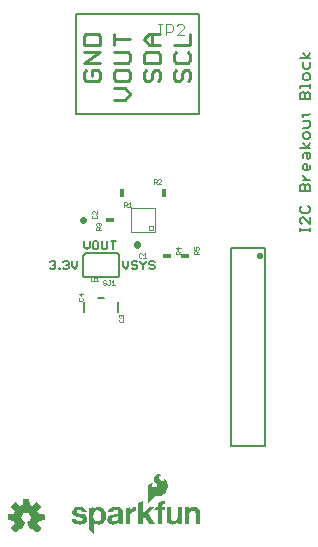
<source format=gbr>
G04 EAGLE Gerber RS-274X export*
G75*
%MOMM*%
%FSLAX34Y34*%
%LPD*%
%INSilkscreen Top*%
%IPPOS*%
%AMOC8*
5,1,8,0,0,1.08239X$1,22.5*%
G01*
%ADD10C,0.152400*%
%ADD11C,0.127000*%
%ADD12C,0.254000*%
%ADD13C,0.304800*%
%ADD14C,0.203200*%
%ADD15R,0.457200X0.762000*%
%ADD16C,0.025400*%
%ADD17C,0.080000*%
%ADD18R,0.762000X0.457200*%
%ADD19C,0.558800*%
%ADD20C,0.177800*%
%ADD21C,0.076200*%

G36*
X67740Y5226D02*
X67740Y5226D01*
X67848Y5236D01*
X67861Y5242D01*
X67875Y5244D01*
X67972Y5292D01*
X68071Y5337D01*
X68084Y5348D01*
X68093Y5352D01*
X68108Y5368D01*
X68185Y5430D01*
X70770Y8015D01*
X70833Y8104D01*
X70899Y8189D01*
X70904Y8202D01*
X70912Y8214D01*
X70943Y8317D01*
X70979Y8420D01*
X70979Y8434D01*
X70983Y8447D01*
X70979Y8555D01*
X70980Y8664D01*
X70975Y8677D01*
X70975Y8691D01*
X70937Y8793D01*
X70902Y8895D01*
X70893Y8910D01*
X70889Y8919D01*
X70875Y8936D01*
X70821Y9018D01*
X68057Y12408D01*
X68614Y13490D01*
X68620Y13510D01*
X68662Y13605D01*
X69033Y14764D01*
X73384Y15207D01*
X73488Y15235D01*
X73594Y15260D01*
X73606Y15267D01*
X73619Y15270D01*
X73709Y15331D01*
X73802Y15388D01*
X73810Y15399D01*
X73822Y15407D01*
X73888Y15493D01*
X73957Y15577D01*
X73961Y15590D01*
X73970Y15601D01*
X74004Y15704D01*
X74043Y15805D01*
X74044Y15823D01*
X74048Y15832D01*
X74048Y15854D01*
X74057Y15952D01*
X74057Y19608D01*
X74040Y19715D01*
X74026Y19823D01*
X74020Y19835D01*
X74018Y19849D01*
X73966Y19945D01*
X73919Y20042D01*
X73909Y20052D01*
X73903Y20064D01*
X73823Y20138D01*
X73747Y20215D01*
X73735Y20221D01*
X73725Y20231D01*
X73626Y20276D01*
X73529Y20324D01*
X73511Y20328D01*
X73502Y20332D01*
X73481Y20334D01*
X73384Y20353D01*
X69033Y20796D01*
X68662Y21955D01*
X68653Y21972D01*
X68651Y21980D01*
X68647Y21987D01*
X68614Y22070D01*
X68057Y23152D01*
X70821Y26542D01*
X70875Y26636D01*
X70932Y26728D01*
X70935Y26741D01*
X70942Y26753D01*
X70963Y26860D01*
X70988Y26965D01*
X70986Y26979D01*
X70989Y26993D01*
X70974Y27100D01*
X70964Y27208D01*
X70958Y27221D01*
X70956Y27235D01*
X70908Y27332D01*
X70863Y27431D01*
X70852Y27444D01*
X70848Y27453D01*
X70832Y27468D01*
X70770Y27545D01*
X68185Y30130D01*
X68096Y30193D01*
X68011Y30259D01*
X67998Y30264D01*
X67986Y30272D01*
X67883Y30303D01*
X67780Y30339D01*
X67766Y30339D01*
X67753Y30343D01*
X67645Y30339D01*
X67536Y30340D01*
X67523Y30335D01*
X67509Y30335D01*
X67407Y30297D01*
X67305Y30262D01*
X67290Y30253D01*
X67281Y30249D01*
X67264Y30235D01*
X67182Y30181D01*
X63792Y27417D01*
X62710Y27974D01*
X62690Y27980D01*
X62595Y28022D01*
X61436Y28393D01*
X60993Y32744D01*
X60965Y32848D01*
X60940Y32954D01*
X60933Y32966D01*
X60930Y32979D01*
X60869Y33069D01*
X60812Y33162D01*
X60801Y33170D01*
X60793Y33182D01*
X60707Y33248D01*
X60623Y33317D01*
X60610Y33321D01*
X60599Y33330D01*
X60496Y33364D01*
X60395Y33403D01*
X60377Y33404D01*
X60368Y33408D01*
X60346Y33408D01*
X60248Y33417D01*
X56592Y33417D01*
X56485Y33400D01*
X56377Y33386D01*
X56365Y33380D01*
X56351Y33378D01*
X56255Y33326D01*
X56158Y33279D01*
X56148Y33269D01*
X56136Y33263D01*
X56062Y33183D01*
X55985Y33107D01*
X55979Y33095D01*
X55969Y33085D01*
X55924Y32986D01*
X55876Y32889D01*
X55872Y32871D01*
X55868Y32862D01*
X55866Y32841D01*
X55847Y32744D01*
X55404Y28393D01*
X54245Y28022D01*
X54227Y28012D01*
X54130Y27974D01*
X53048Y27417D01*
X49658Y30181D01*
X49564Y30235D01*
X49472Y30292D01*
X49459Y30295D01*
X49447Y30302D01*
X49340Y30323D01*
X49235Y30348D01*
X49221Y30346D01*
X49207Y30349D01*
X49100Y30334D01*
X48992Y30324D01*
X48979Y30318D01*
X48966Y30316D01*
X48868Y30268D01*
X48769Y30223D01*
X48756Y30212D01*
X48747Y30208D01*
X48732Y30192D01*
X48655Y30130D01*
X46070Y27545D01*
X46007Y27456D01*
X45941Y27371D01*
X45936Y27358D01*
X45928Y27346D01*
X45897Y27243D01*
X45861Y27140D01*
X45861Y27126D01*
X45857Y27113D01*
X45861Y27005D01*
X45860Y26896D01*
X45865Y26883D01*
X45865Y26869D01*
X45903Y26767D01*
X45938Y26665D01*
X45947Y26650D01*
X45951Y26641D01*
X45965Y26624D01*
X46019Y26542D01*
X48783Y23152D01*
X48226Y22070D01*
X48220Y22050D01*
X48178Y21955D01*
X47807Y20796D01*
X43456Y20353D01*
X43352Y20325D01*
X43246Y20300D01*
X43234Y20293D01*
X43221Y20290D01*
X43131Y20229D01*
X43038Y20172D01*
X43030Y20161D01*
X43018Y20153D01*
X42952Y20067D01*
X42884Y19983D01*
X42879Y19970D01*
X42870Y19959D01*
X42836Y19856D01*
X42797Y19755D01*
X42796Y19737D01*
X42792Y19728D01*
X42793Y19706D01*
X42783Y19608D01*
X42783Y15952D01*
X42800Y15845D01*
X42814Y15737D01*
X42820Y15725D01*
X42822Y15711D01*
X42874Y15615D01*
X42921Y15518D01*
X42931Y15508D01*
X42937Y15496D01*
X43017Y15422D01*
X43093Y15345D01*
X43105Y15339D01*
X43116Y15329D01*
X43214Y15284D01*
X43311Y15236D01*
X43329Y15232D01*
X43338Y15228D01*
X43359Y15226D01*
X43456Y15207D01*
X47807Y14764D01*
X48178Y13605D01*
X48188Y13587D01*
X48226Y13490D01*
X48783Y12408D01*
X46019Y9018D01*
X45965Y8924D01*
X45908Y8832D01*
X45905Y8819D01*
X45898Y8807D01*
X45877Y8700D01*
X45852Y8595D01*
X45854Y8581D01*
X45851Y8567D01*
X45866Y8460D01*
X45876Y8352D01*
X45882Y8339D01*
X45884Y8326D01*
X45932Y8228D01*
X45977Y8129D01*
X45988Y8116D01*
X45992Y8107D01*
X46008Y8092D01*
X46070Y8015D01*
X48655Y5430D01*
X48744Y5367D01*
X48829Y5301D01*
X48842Y5296D01*
X48854Y5288D01*
X48957Y5257D01*
X49060Y5221D01*
X49074Y5221D01*
X49087Y5217D01*
X49195Y5221D01*
X49304Y5220D01*
X49317Y5225D01*
X49331Y5225D01*
X49433Y5263D01*
X49535Y5298D01*
X49550Y5307D01*
X49559Y5311D01*
X49576Y5325D01*
X49658Y5379D01*
X53048Y8143D01*
X54130Y7586D01*
X54183Y7569D01*
X54232Y7543D01*
X54298Y7532D01*
X54362Y7511D01*
X54418Y7512D01*
X54472Y7503D01*
X54539Y7514D01*
X54606Y7515D01*
X54658Y7533D01*
X54713Y7542D01*
X54773Y7574D01*
X54836Y7597D01*
X54879Y7631D01*
X54929Y7657D01*
X54975Y7706D01*
X55027Y7748D01*
X55058Y7795D01*
X55096Y7835D01*
X55152Y7940D01*
X55160Y7953D01*
X55161Y7958D01*
X55165Y7965D01*
X57318Y13162D01*
X57338Y13246D01*
X57343Y13258D01*
X57345Y13274D01*
X57370Y13360D01*
X57369Y13380D01*
X57374Y13400D01*
X57366Y13482D01*
X57367Y13501D01*
X57363Y13521D01*
X57359Y13604D01*
X57352Y13623D01*
X57350Y13643D01*
X57318Y13712D01*
X57312Y13739D01*
X57297Y13763D01*
X57270Y13832D01*
X57257Y13847D01*
X57249Y13865D01*
X57204Y13914D01*
X57184Y13946D01*
X57152Y13972D01*
X57113Y14018D01*
X57092Y14033D01*
X57082Y14043D01*
X57061Y14055D01*
X56998Y14099D01*
X56995Y14101D01*
X56994Y14101D01*
X56992Y14103D01*
X56108Y14598D01*
X55429Y15225D01*
X54915Y15994D01*
X54595Y16862D01*
X54487Y17779D01*
X54600Y18714D01*
X54931Y19595D01*
X55463Y20372D01*
X56164Y21001D01*
X56994Y21444D01*
X57906Y21678D01*
X58848Y21688D01*
X59764Y21474D01*
X60604Y21049D01*
X61318Y20436D01*
X61867Y19671D01*
X62218Y18797D01*
X62351Y17865D01*
X62259Y16928D01*
X61947Y16040D01*
X61432Y15252D01*
X60745Y14608D01*
X59846Y14102D01*
X59806Y14069D01*
X59764Y14047D01*
X59733Y14014D01*
X59685Y13979D01*
X59672Y13962D01*
X59656Y13949D01*
X59621Y13895D01*
X59597Y13869D01*
X59584Y13838D01*
X59542Y13781D01*
X59536Y13761D01*
X59525Y13743D01*
X59507Y13670D01*
X59497Y13647D01*
X59494Y13623D01*
X59471Y13548D01*
X59472Y13527D01*
X59467Y13506D01*
X59474Y13422D01*
X59473Y13404D01*
X59476Y13388D01*
X59479Y13304D01*
X59487Y13278D01*
X59488Y13263D01*
X59498Y13241D01*
X59522Y13162D01*
X59830Y12417D01*
X59831Y12417D01*
X60141Y11668D01*
X60451Y10919D01*
X60451Y10918D01*
X60762Y10170D01*
X60762Y10169D01*
X61072Y9420D01*
X61382Y8671D01*
X61383Y8671D01*
X61675Y7965D01*
X61704Y7918D01*
X61725Y7866D01*
X61768Y7815D01*
X61804Y7758D01*
X61847Y7723D01*
X61883Y7680D01*
X61940Y7646D01*
X61992Y7603D01*
X62044Y7584D01*
X62092Y7555D01*
X62158Y7541D01*
X62221Y7517D01*
X62276Y7515D01*
X62330Y7504D01*
X62397Y7511D01*
X62464Y7509D01*
X62518Y7525D01*
X62573Y7532D01*
X62684Y7576D01*
X62698Y7580D01*
X62702Y7583D01*
X62710Y7586D01*
X63792Y8143D01*
X67182Y5379D01*
X67276Y5325D01*
X67368Y5268D01*
X67381Y5265D01*
X67393Y5258D01*
X67500Y5237D01*
X67605Y5212D01*
X67619Y5214D01*
X67633Y5211D01*
X67740Y5226D01*
G37*
G36*
X161412Y29037D02*
X161412Y29037D01*
X161414Y29037D01*
X161614Y29337D01*
X161914Y29636D01*
X161914Y29637D01*
X162214Y30037D01*
X162714Y30536D01*
X162714Y30537D01*
X163214Y31137D01*
X163814Y31736D01*
X163814Y31737D01*
X164314Y32437D01*
X165614Y33736D01*
X165614Y33737D01*
X166114Y34336D01*
X166613Y34736D01*
X167113Y35136D01*
X167612Y35435D01*
X168210Y35535D01*
X170110Y35535D01*
X170111Y35535D01*
X171311Y35735D01*
X172411Y36035D01*
X172412Y36036D01*
X172412Y36035D01*
X173412Y36435D01*
X173412Y36436D01*
X173413Y36436D01*
X174413Y37036D01*
X175213Y37736D01*
X175214Y37736D01*
X176014Y38536D01*
X176014Y38537D01*
X176714Y39437D01*
X176714Y39438D01*
X177714Y41238D01*
X177715Y41239D01*
X178215Y43039D01*
X178214Y43039D01*
X178215Y43040D01*
X178315Y44840D01*
X178315Y44841D01*
X178015Y46441D01*
X178014Y46441D01*
X178015Y46442D01*
X177515Y47842D01*
X177514Y47842D01*
X177514Y47843D01*
X176814Y49043D01*
X176014Y49943D01*
X176013Y49943D01*
X176012Y49944D01*
X175212Y50344D01*
X175211Y50344D01*
X175211Y50345D01*
X175209Y50344D01*
X175206Y50343D01*
X175206Y50341D01*
X175205Y50340D01*
X175205Y49541D01*
X175105Y49242D01*
X175006Y48943D01*
X174708Y48745D01*
X174409Y48645D01*
X173711Y48645D01*
X172912Y49044D01*
X172613Y49244D01*
X172213Y49544D01*
X171913Y49744D01*
X171614Y50043D01*
X171414Y50442D01*
X171414Y50443D01*
X171215Y50742D01*
X171115Y51141D01*
X171115Y51142D01*
X171015Y51440D01*
X171115Y51738D01*
X171214Y51938D01*
X171215Y51938D01*
X171315Y52238D01*
X171514Y52537D01*
X171913Y52836D01*
X172312Y53035D01*
X172811Y53135D01*
X173211Y53235D01*
X173509Y53235D01*
X173808Y53135D01*
X173809Y53136D01*
X173810Y53135D01*
X174110Y53135D01*
X174111Y53136D01*
X174113Y53136D01*
X174113Y53138D01*
X174115Y53139D01*
X174113Y53141D01*
X174114Y53144D01*
X174014Y53244D01*
X174013Y53244D01*
X173613Y53544D01*
X173612Y53544D01*
X173012Y53844D01*
X173012Y53845D01*
X172212Y54145D01*
X171312Y54445D01*
X171311Y54444D01*
X171310Y54445D01*
X170310Y54445D01*
X170309Y54445D01*
X169209Y54245D01*
X169208Y54244D01*
X168108Y53644D01*
X168107Y53644D01*
X167207Y52844D01*
X167207Y52843D01*
X167206Y52843D01*
X166706Y52143D01*
X166706Y52142D01*
X166705Y52142D01*
X166405Y51242D01*
X166405Y51241D01*
X166406Y51241D01*
X166405Y51240D01*
X166405Y50440D01*
X166406Y50439D01*
X166405Y50439D01*
X166605Y49539D01*
X166606Y49538D01*
X167106Y48638D01*
X167106Y48637D01*
X167806Y47837D01*
X168606Y46937D01*
X169306Y46137D01*
X169605Y45439D01*
X169605Y44741D01*
X169406Y44143D01*
X169007Y43644D01*
X168408Y43245D01*
X167609Y43045D01*
X166810Y43045D01*
X166311Y43145D01*
X165812Y43344D01*
X165513Y43544D01*
X165214Y43843D01*
X165015Y44242D01*
X164915Y44541D01*
X164915Y44839D01*
X165015Y45138D01*
X165214Y45437D01*
X165613Y45836D01*
X165912Y45935D01*
X165912Y45936D01*
X166312Y46136D01*
X166313Y46137D01*
X166314Y46136D01*
X166414Y46236D01*
X166414Y46237D01*
X166414Y46239D01*
X166414Y46243D01*
X166413Y46243D01*
X166412Y46244D01*
X166212Y46344D01*
X166211Y46344D01*
X166210Y46345D01*
X166011Y46345D01*
X165611Y46445D01*
X165610Y46444D01*
X165610Y46445D01*
X164810Y46445D01*
X164809Y46445D01*
X164209Y46345D01*
X164209Y46344D01*
X164208Y46345D01*
X163208Y45945D01*
X163208Y45944D01*
X163207Y45944D01*
X162807Y45644D01*
X162307Y45344D01*
X162307Y45343D01*
X162306Y45343D01*
X162006Y44843D01*
X162006Y44842D01*
X161706Y44242D01*
X161705Y44242D01*
X161505Y43642D01*
X161506Y43641D01*
X161505Y43641D01*
X161305Y41841D01*
X161305Y41840D01*
X161305Y29040D01*
X161309Y29035D01*
X161310Y29035D01*
X161410Y29035D01*
X161412Y29037D01*
G37*
G36*
X115611Y3536D02*
X115611Y3536D01*
X115613Y3536D01*
X115613Y3538D01*
X115615Y3540D01*
X115615Y13735D01*
X115708Y13735D01*
X116106Y13237D01*
X116506Y12737D01*
X116507Y12737D01*
X116507Y12736D01*
X117507Y12136D01*
X117508Y12136D01*
X118108Y11836D01*
X118109Y11836D01*
X118109Y11835D01*
X119909Y11535D01*
X119910Y11536D01*
X119911Y11535D01*
X121411Y11735D01*
X121411Y11736D01*
X121412Y11735D01*
X122612Y12135D01*
X122612Y12136D01*
X122613Y12136D01*
X123713Y12936D01*
X123713Y12937D01*
X123714Y12936D01*
X124614Y13836D01*
X124614Y13837D01*
X124614Y13838D01*
X125214Y14938D01*
X125215Y14938D01*
X125715Y16138D01*
X125714Y16139D01*
X125715Y16139D01*
X126015Y17439D01*
X126015Y17440D01*
X126017Y17463D01*
X126017Y17464D01*
X126018Y17478D01*
X126022Y17533D01*
X126023Y17548D01*
X126027Y17603D01*
X126028Y17618D01*
X126032Y17672D01*
X126033Y17687D01*
X126037Y17742D01*
X126038Y17757D01*
X126042Y17811D01*
X126043Y17826D01*
X126046Y17881D01*
X126047Y17881D01*
X126046Y17881D01*
X126048Y17896D01*
X126051Y17950D01*
X126053Y17965D01*
X126056Y18020D01*
X126057Y18035D01*
X126058Y18035D01*
X126061Y18090D01*
X126062Y18104D01*
X126066Y18159D01*
X126067Y18174D01*
X126071Y18229D01*
X126072Y18244D01*
X126076Y18298D01*
X126077Y18313D01*
X126081Y18368D01*
X126082Y18383D01*
X126086Y18437D01*
X126087Y18452D01*
X126091Y18507D01*
X126092Y18522D01*
X126096Y18576D01*
X126096Y18577D01*
X126097Y18591D01*
X126101Y18646D01*
X126102Y18661D01*
X126106Y18716D01*
X126107Y18731D01*
X126111Y18785D01*
X126112Y18800D01*
X126115Y18840D01*
X126015Y20340D01*
X126015Y20341D01*
X125715Y21741D01*
X125315Y23041D01*
X125314Y23042D01*
X125314Y23043D01*
X124614Y24143D01*
X123714Y25143D01*
X123713Y25143D01*
X123713Y25144D01*
X122613Y25844D01*
X122612Y25844D01*
X122612Y25845D01*
X121212Y26345D01*
X121211Y26344D01*
X121210Y26345D01*
X121187Y26347D01*
X121186Y26347D01*
X121112Y26352D01*
X121038Y26357D01*
X121037Y26357D01*
X120963Y26361D01*
X120888Y26366D01*
X120814Y26371D01*
X120739Y26376D01*
X120665Y26381D01*
X120590Y26386D01*
X120516Y26391D01*
X120441Y26396D01*
X120367Y26401D01*
X120292Y26406D01*
X120218Y26411D01*
X120143Y26416D01*
X120069Y26421D01*
X120068Y26421D01*
X119994Y26426D01*
X119920Y26431D01*
X119919Y26431D01*
X119845Y26436D01*
X119770Y26441D01*
X119710Y26445D01*
X119010Y26445D01*
X119009Y26445D01*
X117809Y26245D01*
X117808Y26244D01*
X117807Y26244D01*
X116807Y25644D01*
X116307Y25244D01*
X116306Y25244D01*
X115906Y24844D01*
X115906Y24843D01*
X115515Y24354D01*
X115515Y26140D01*
X115514Y26141D01*
X115511Y26145D01*
X115510Y26144D01*
X115509Y26145D01*
X114509Y25945D01*
X114109Y25845D01*
X113609Y25745D01*
X113209Y25645D01*
X112710Y25645D01*
X112709Y25645D01*
X112209Y25545D01*
X111809Y25445D01*
X111806Y25441D01*
X111805Y25440D01*
X111805Y6940D01*
X111807Y6938D01*
X111807Y6936D01*
X112307Y6536D01*
X113206Y5636D01*
X113207Y5636D01*
X114707Y4436D01*
X115606Y3536D01*
X115608Y3536D01*
X115609Y3535D01*
X115611Y3536D01*
G37*
G36*
X132711Y11536D02*
X132711Y11536D01*
X132712Y11535D01*
X133011Y11635D01*
X133410Y11635D01*
X133411Y11636D01*
X133412Y11635D01*
X133711Y11735D01*
X134010Y11735D01*
X134011Y11736D01*
X134012Y11735D01*
X135212Y12135D01*
X135212Y12136D01*
X135213Y12136D01*
X135512Y12336D01*
X135812Y12435D01*
X135812Y12436D01*
X135813Y12436D01*
X136113Y12636D01*
X136113Y12637D01*
X136114Y12636D01*
X136313Y12836D01*
X136613Y13036D01*
X136613Y13037D01*
X136614Y13037D01*
X136805Y13324D01*
X136805Y12740D01*
X136807Y12738D01*
X136806Y12736D01*
X136905Y12638D01*
X136905Y12340D01*
X136907Y12338D01*
X136906Y12336D01*
X137005Y12238D01*
X137005Y12140D01*
X137007Y12138D01*
X137006Y12136D01*
X137105Y12038D01*
X137105Y11940D01*
X137109Y11935D01*
X137110Y11935D01*
X141010Y11935D01*
X141015Y11939D01*
X141015Y11940D01*
X141015Y12040D01*
X141013Y12042D01*
X141014Y12044D01*
X140914Y12143D01*
X140815Y12341D01*
X140815Y12640D01*
X140814Y12641D01*
X140814Y12642D01*
X140715Y12841D01*
X140715Y13040D01*
X140714Y13041D01*
X140714Y13042D01*
X140615Y13241D01*
X140615Y14140D01*
X140614Y14141D01*
X140614Y14142D01*
X140515Y14341D01*
X140515Y23040D01*
X140515Y23041D01*
X140415Y23541D01*
X140414Y23541D01*
X140415Y23542D01*
X140215Y24042D01*
X140214Y24042D01*
X140014Y24442D01*
X140014Y24443D01*
X139714Y24843D01*
X139713Y24843D01*
X139713Y24844D01*
X138513Y25744D01*
X138512Y25744D01*
X138512Y25745D01*
X138012Y25945D01*
X138011Y25944D01*
X138011Y25945D01*
X137511Y26045D01*
X137012Y26245D01*
X137011Y26244D01*
X137011Y26245D01*
X136511Y26345D01*
X136510Y26345D01*
X135910Y26345D01*
X135411Y26445D01*
X135410Y26445D01*
X133110Y26445D01*
X133109Y26445D01*
X132609Y26345D01*
X132009Y26245D01*
X132009Y26244D01*
X132008Y26245D01*
X131409Y26045D01*
X130909Y25945D01*
X130909Y25944D01*
X130908Y25945D01*
X130408Y25745D01*
X130408Y25744D01*
X130407Y25744D01*
X129407Y25144D01*
X129007Y24844D01*
X129007Y24843D01*
X129006Y24843D01*
X128706Y24443D01*
X128406Y23943D01*
X128106Y23543D01*
X128106Y23542D01*
X128105Y23542D01*
X127905Y22942D01*
X127906Y22941D01*
X127905Y22941D01*
X127905Y22939D01*
X127903Y22929D01*
X127901Y22919D01*
X127900Y22909D01*
X127898Y22899D01*
X127897Y22889D01*
X127896Y22889D01*
X127897Y22889D01*
X127895Y22879D01*
X127893Y22869D01*
X127892Y22859D01*
X127890Y22850D01*
X127890Y22849D01*
X127888Y22840D01*
X127887Y22830D01*
X127885Y22820D01*
X127883Y22810D01*
X127882Y22800D01*
X127880Y22790D01*
X127878Y22780D01*
X127877Y22770D01*
X127875Y22760D01*
X127873Y22750D01*
X127872Y22740D01*
X127870Y22730D01*
X127868Y22720D01*
X127867Y22710D01*
X127865Y22700D01*
X127863Y22691D01*
X127863Y22690D01*
X127862Y22681D01*
X127860Y22671D01*
X127858Y22661D01*
X127857Y22651D01*
X127855Y22641D01*
X127853Y22631D01*
X127852Y22621D01*
X127850Y22611D01*
X127848Y22601D01*
X127847Y22591D01*
X127845Y22581D01*
X127844Y22571D01*
X127843Y22571D01*
X127844Y22571D01*
X127842Y22561D01*
X127840Y22551D01*
X127839Y22541D01*
X127837Y22532D01*
X127837Y22531D01*
X127835Y22522D01*
X127834Y22512D01*
X127832Y22502D01*
X127830Y22492D01*
X127829Y22482D01*
X127827Y22472D01*
X127825Y22462D01*
X127824Y22452D01*
X127822Y22442D01*
X127820Y22432D01*
X127819Y22422D01*
X127817Y22412D01*
X127815Y22402D01*
X127814Y22392D01*
X127812Y22382D01*
X127810Y22373D01*
X127810Y22372D01*
X127809Y22363D01*
X127807Y22353D01*
X127805Y22343D01*
X127805Y22341D01*
X127804Y22333D01*
X127802Y22323D01*
X127800Y22313D01*
X127799Y22303D01*
X127797Y22293D01*
X127795Y22283D01*
X127794Y22273D01*
X127792Y22263D01*
X127791Y22253D01*
X127790Y22253D01*
X127791Y22253D01*
X127789Y22243D01*
X127787Y22233D01*
X127786Y22223D01*
X127784Y22214D01*
X127784Y22213D01*
X127782Y22204D01*
X127781Y22194D01*
X127779Y22184D01*
X127777Y22174D01*
X127776Y22164D01*
X127774Y22154D01*
X127772Y22144D01*
X127771Y22134D01*
X127769Y22124D01*
X127767Y22114D01*
X127766Y22104D01*
X127764Y22094D01*
X127762Y22084D01*
X127761Y22074D01*
X127759Y22064D01*
X127757Y22055D01*
X127757Y22054D01*
X127756Y22045D01*
X127754Y22035D01*
X127752Y22025D01*
X127751Y22015D01*
X127749Y22005D01*
X127747Y21995D01*
X127746Y21985D01*
X127744Y21975D01*
X127742Y21965D01*
X127741Y21955D01*
X127739Y21945D01*
X127738Y21935D01*
X127737Y21935D01*
X127738Y21935D01*
X127736Y21925D01*
X127734Y21915D01*
X127733Y21905D01*
X127731Y21896D01*
X127731Y21895D01*
X127729Y21886D01*
X127728Y21876D01*
X127726Y21866D01*
X127724Y21856D01*
X127723Y21846D01*
X127721Y21836D01*
X127719Y21826D01*
X127718Y21816D01*
X127716Y21806D01*
X127714Y21796D01*
X127713Y21786D01*
X127711Y21776D01*
X127709Y21766D01*
X127708Y21756D01*
X127706Y21746D01*
X127705Y21741D01*
X127706Y21740D01*
X127709Y21735D01*
X127709Y21736D01*
X127710Y21735D01*
X131610Y21735D01*
X131615Y21739D01*
X131615Y21740D01*
X131615Y22239D01*
X131714Y22438D01*
X131715Y22438D01*
X131815Y22738D01*
X131914Y22937D01*
X132313Y23336D01*
X133311Y23835D01*
X135109Y23835D01*
X135308Y23736D01*
X135309Y23736D01*
X135310Y23735D01*
X135509Y23735D01*
X136106Y23436D01*
X136206Y23238D01*
X136207Y23237D01*
X136206Y23236D01*
X136306Y23137D01*
X136605Y22539D01*
X136605Y21442D01*
X136307Y21044D01*
X135808Y20745D01*
X135209Y20545D01*
X134509Y20345D01*
X133809Y20245D01*
X131109Y19945D01*
X130309Y19745D01*
X130308Y19745D01*
X129508Y19445D01*
X129508Y19444D01*
X128808Y19044D01*
X128807Y19044D01*
X128107Y18444D01*
X128107Y18443D01*
X128106Y18442D01*
X127706Y17742D01*
X127705Y17742D01*
X127405Y16842D01*
X127405Y16841D01*
X127205Y15741D01*
X127206Y15740D01*
X127205Y15739D01*
X127305Y15240D01*
X127305Y14740D01*
X127306Y14739D01*
X127306Y14738D01*
X127505Y14338D01*
X127605Y13839D01*
X127606Y13838D01*
X127606Y13837D01*
X127806Y13537D01*
X128106Y13137D01*
X128306Y12837D01*
X128307Y12837D01*
X128306Y12836D01*
X128606Y12536D01*
X128608Y12536D01*
X129008Y12336D01*
X129307Y12136D01*
X129308Y12136D01*
X129708Y11936D01*
X129708Y11935D01*
X130208Y11735D01*
X130209Y11736D01*
X130209Y11735D01*
X130609Y11635D01*
X130610Y11636D01*
X130610Y11635D01*
X131110Y11635D01*
X131609Y11535D01*
X131610Y11535D01*
X132710Y11535D01*
X132711Y11536D01*
G37*
G36*
X157215Y11939D02*
X157215Y11939D01*
X157215Y11940D01*
X157215Y16838D01*
X158709Y18232D01*
X162606Y11937D01*
X162609Y11936D01*
X162610Y11935D01*
X167310Y11935D01*
X167311Y11936D01*
X167312Y11936D01*
X167313Y11937D01*
X167315Y11939D01*
X167314Y11941D01*
X167314Y11943D01*
X161416Y20939D01*
X166714Y26136D01*
X166714Y26138D01*
X166715Y26139D01*
X166714Y26141D01*
X166714Y26143D01*
X166712Y26143D01*
X166710Y26145D01*
X162110Y26145D01*
X162108Y26143D01*
X162106Y26143D01*
X157215Y21052D01*
X157215Y31440D01*
X157214Y31441D01*
X157215Y31442D01*
X157213Y31442D01*
X157211Y31445D01*
X157209Y31444D01*
X157208Y31444D01*
X153308Y29344D01*
X153307Y29342D01*
X153306Y29341D01*
X153305Y29340D01*
X153305Y11940D01*
X153309Y11935D01*
X153310Y11935D01*
X157210Y11935D01*
X157215Y11939D01*
G37*
G36*
X196615Y11939D02*
X196615Y11939D01*
X196615Y11940D01*
X196615Y20340D01*
X196715Y21239D01*
X197015Y21938D01*
X197314Y22437D01*
X197713Y22936D01*
X198212Y23235D01*
X198811Y23335D01*
X199610Y23435D01*
X200209Y23335D01*
X200708Y23235D01*
X201207Y22936D01*
X201506Y22537D01*
X201805Y22038D01*
X201905Y21439D01*
X202005Y20739D01*
X202105Y19940D01*
X202105Y11940D01*
X202109Y11935D01*
X202110Y11935D01*
X206010Y11935D01*
X206015Y11939D01*
X206015Y11940D01*
X206015Y20640D01*
X205915Y21940D01*
X205915Y21941D01*
X205715Y23041D01*
X205415Y24041D01*
X205414Y24042D01*
X205414Y24043D01*
X204914Y24843D01*
X204914Y24844D01*
X204214Y25544D01*
X204213Y25544D01*
X204212Y25544D01*
X203312Y26044D01*
X203311Y26045D01*
X202211Y26345D01*
X202210Y26345D01*
X202149Y26349D01*
X202079Y26354D01*
X202010Y26359D01*
X201940Y26364D01*
X201871Y26369D01*
X201870Y26369D01*
X201801Y26374D01*
X201731Y26379D01*
X201662Y26384D01*
X201592Y26389D01*
X201523Y26394D01*
X201453Y26399D01*
X201384Y26404D01*
X201383Y26404D01*
X201314Y26409D01*
X201244Y26414D01*
X201175Y26419D01*
X201105Y26424D01*
X201036Y26429D01*
X200966Y26434D01*
X200897Y26439D01*
X200827Y26444D01*
X200810Y26445D01*
X200210Y26445D01*
X200209Y26445D01*
X199609Y26345D01*
X199609Y26344D01*
X199608Y26345D01*
X198408Y25945D01*
X198408Y25944D01*
X198407Y25944D01*
X197807Y25544D01*
X197307Y25144D01*
X197306Y25144D01*
X196906Y24744D01*
X196906Y24743D01*
X196507Y24145D01*
X196415Y24145D01*
X196415Y26140D01*
X196411Y26145D01*
X196410Y26145D01*
X192710Y26145D01*
X192705Y26141D01*
X192705Y26140D01*
X192705Y11940D01*
X192709Y11935D01*
X192710Y11935D01*
X196610Y11935D01*
X196615Y11939D01*
G37*
G36*
X182510Y11536D02*
X182510Y11536D01*
X182511Y11535D01*
X183111Y11635D01*
X183811Y11735D01*
X183811Y11736D01*
X183812Y11735D01*
X184412Y11935D01*
X184912Y12135D01*
X184912Y12136D01*
X185512Y12436D01*
X185513Y12436D01*
X186013Y12836D01*
X186013Y12837D01*
X186014Y12837D01*
X186414Y13337D01*
X186813Y13935D01*
X186905Y13935D01*
X186905Y11940D01*
X186909Y11935D01*
X186910Y11935D01*
X190610Y11935D01*
X190615Y11939D01*
X190615Y11940D01*
X190615Y26140D01*
X190611Y26145D01*
X190610Y26145D01*
X186710Y26145D01*
X186705Y26141D01*
X186705Y26140D01*
X186705Y17640D01*
X186704Y17632D01*
X186703Y17627D01*
X186703Y17622D01*
X186699Y17593D01*
X186698Y17588D01*
X186698Y17583D01*
X186694Y17553D01*
X186693Y17548D01*
X186693Y17543D01*
X186689Y17513D01*
X186689Y17508D01*
X186688Y17508D01*
X186689Y17508D01*
X186688Y17503D01*
X186684Y17473D01*
X186684Y17468D01*
X186683Y17463D01*
X186679Y17434D01*
X186679Y17429D01*
X186678Y17424D01*
X186674Y17394D01*
X186674Y17389D01*
X186673Y17384D01*
X186669Y17354D01*
X186669Y17349D01*
X186668Y17344D01*
X186664Y17314D01*
X186664Y17309D01*
X186663Y17304D01*
X186659Y17275D01*
X186659Y17270D01*
X186658Y17265D01*
X186654Y17235D01*
X186654Y17230D01*
X186653Y17225D01*
X186649Y17195D01*
X186649Y17190D01*
X186648Y17185D01*
X186644Y17155D01*
X186644Y17150D01*
X186643Y17145D01*
X186639Y17116D01*
X186639Y17111D01*
X186638Y17106D01*
X186634Y17076D01*
X186634Y17071D01*
X186633Y17066D01*
X186630Y17036D01*
X186629Y17036D01*
X186630Y17036D01*
X186629Y17031D01*
X186628Y17026D01*
X186625Y16996D01*
X186624Y16991D01*
X186623Y16986D01*
X186620Y16957D01*
X186619Y16952D01*
X186618Y16947D01*
X186615Y16917D01*
X186614Y16912D01*
X186613Y16907D01*
X186610Y16877D01*
X186609Y16872D01*
X186608Y16867D01*
X186605Y16841D01*
X186305Y16142D01*
X186006Y15543D01*
X185607Y15144D01*
X185108Y14845D01*
X184509Y14745D01*
X183710Y14645D01*
X183111Y14745D01*
X182612Y14845D01*
X182113Y15144D01*
X181814Y15543D01*
X181515Y15942D01*
X181415Y16541D01*
X181215Y18140D01*
X181215Y26140D01*
X181211Y26145D01*
X181210Y26145D01*
X177410Y26145D01*
X177405Y26141D01*
X177405Y26140D01*
X177405Y16140D01*
X177405Y16139D01*
X177605Y15039D01*
X177905Y14039D01*
X177906Y14038D01*
X178406Y13138D01*
X178407Y13137D01*
X178407Y13136D01*
X179107Y12536D01*
X179108Y12536D01*
X180008Y12036D01*
X180008Y12035D01*
X181108Y11635D01*
X181109Y11636D01*
X181110Y11635D01*
X182510Y11535D01*
X182510Y11536D01*
G37*
G36*
X104910Y11635D02*
X104910Y11635D01*
X104911Y11635D01*
X106111Y11835D01*
X107211Y12135D01*
X107212Y12136D01*
X108212Y12636D01*
X108213Y12636D01*
X109013Y13336D01*
X109013Y13337D01*
X109014Y13337D01*
X109614Y14137D01*
X109614Y14138D01*
X109615Y14138D01*
X110015Y15238D01*
X110014Y15239D01*
X110015Y15239D01*
X110215Y16539D01*
X110214Y16540D01*
X110215Y16541D01*
X110115Y17441D01*
X110114Y17441D01*
X110115Y17442D01*
X109815Y18142D01*
X109814Y18142D01*
X109814Y18143D01*
X109414Y18743D01*
X109413Y18743D01*
X109413Y18744D01*
X108813Y19244D01*
X108812Y19244D01*
X107412Y20044D01*
X107411Y20045D01*
X106511Y20245D01*
X104111Y20845D01*
X103311Y20945D01*
X102712Y21145D01*
X102113Y21444D01*
X101714Y21744D01*
X101415Y22142D01*
X101315Y22541D01*
X101315Y22939D01*
X101514Y23237D01*
X101713Y23536D01*
X102011Y23635D01*
X102411Y23735D01*
X102412Y23735D01*
X102711Y23835D01*
X104409Y23835D01*
X104908Y23636D01*
X105308Y23436D01*
X105606Y23236D01*
X105806Y22938D01*
X106005Y22439D01*
X106105Y21939D01*
X106109Y21936D01*
X106110Y21935D01*
X109810Y21935D01*
X109811Y21936D01*
X109815Y21939D01*
X109814Y21940D01*
X109815Y21941D01*
X109615Y23141D01*
X109614Y23141D01*
X109614Y23142D01*
X109114Y24142D01*
X109114Y24143D01*
X108514Y24943D01*
X108513Y24943D01*
X108513Y24944D01*
X107713Y25544D01*
X107712Y25544D01*
X107712Y25545D01*
X106812Y25945D01*
X106812Y25944D01*
X106811Y25945D01*
X105811Y26245D01*
X104711Y26445D01*
X104710Y26445D01*
X102410Y26445D01*
X102409Y26445D01*
X101309Y26245D01*
X100309Y26045D01*
X100309Y26044D01*
X100308Y26044D01*
X99308Y25544D01*
X99307Y25544D01*
X98607Y24944D01*
X98607Y24943D01*
X98606Y24943D01*
X97906Y24143D01*
X97906Y24142D01*
X97905Y24142D01*
X97505Y23142D01*
X97506Y23141D01*
X97505Y23140D01*
X97405Y21940D01*
X97405Y21939D01*
X97505Y21039D01*
X97506Y21039D01*
X97505Y21038D01*
X97805Y20338D01*
X97806Y20338D01*
X97806Y20337D01*
X98206Y19737D01*
X98207Y19737D01*
X98207Y19736D01*
X98807Y19336D01*
X98808Y19336D01*
X99508Y18936D01*
X99508Y18935D01*
X100208Y18635D01*
X101008Y18335D01*
X101009Y18336D01*
X101009Y18335D01*
X101909Y18135D01*
X102909Y17935D01*
X104509Y17535D01*
X105108Y17335D01*
X105607Y17036D01*
X106006Y16737D01*
X106205Y16338D01*
X106305Y15940D01*
X106205Y15541D01*
X106106Y15143D01*
X105807Y14844D01*
X105407Y14544D01*
X105008Y14345D01*
X104609Y14245D01*
X104210Y14245D01*
X104209Y14244D01*
X104209Y14245D01*
X103810Y14145D01*
X103211Y14245D01*
X102711Y14345D01*
X102112Y14445D01*
X101713Y14744D01*
X101314Y15044D01*
X101014Y15443D01*
X100815Y15941D01*
X100815Y16540D01*
X100811Y16545D01*
X100810Y16545D01*
X97110Y16545D01*
X97105Y16541D01*
X97106Y16540D01*
X97105Y16539D01*
X97305Y15239D01*
X97306Y15239D01*
X97305Y15238D01*
X97705Y14238D01*
X97706Y14238D01*
X97706Y14237D01*
X98406Y13337D01*
X98407Y13337D01*
X98407Y13336D01*
X99207Y12636D01*
X99208Y12636D01*
X100208Y12136D01*
X100209Y12135D01*
X101309Y11835D01*
X102509Y11635D01*
X102510Y11635D01*
X103710Y11535D01*
X104910Y11635D01*
G37*
G36*
X173515Y11939D02*
X173515Y11939D01*
X173515Y11940D01*
X173515Y23535D01*
X176210Y23535D01*
X176215Y23539D01*
X176215Y23540D01*
X176215Y26140D01*
X176211Y26145D01*
X176210Y26145D01*
X173515Y26145D01*
X173515Y26939D01*
X173615Y27339D01*
X173614Y27340D01*
X173615Y27340D01*
X173615Y27739D01*
X173714Y27938D01*
X173913Y28236D01*
X174312Y28435D01*
X174711Y28535D01*
X176410Y28535D01*
X176415Y28539D01*
X176415Y28540D01*
X176415Y31340D01*
X176413Y31343D01*
X176412Y31344D01*
X176212Y31444D01*
X176211Y31444D01*
X176210Y31445D01*
X173310Y31445D01*
X173309Y31444D01*
X173309Y31445D01*
X172309Y31145D01*
X172308Y31144D01*
X171508Y30744D01*
X171507Y30744D01*
X170807Y30244D01*
X170807Y30243D01*
X170806Y30243D01*
X170306Y29643D01*
X170306Y29642D01*
X170305Y29642D01*
X170005Y28942D01*
X169705Y28142D01*
X169706Y28141D01*
X169705Y28140D01*
X169705Y26145D01*
X168510Y26145D01*
X168508Y26143D01*
X168506Y26143D01*
X168206Y25744D01*
X167807Y25444D01*
X167806Y25444D01*
X166207Y23844D01*
X165807Y23544D01*
X165807Y23542D01*
X165805Y23541D01*
X165806Y23540D01*
X165806Y23538D01*
X165808Y23537D01*
X165810Y23535D01*
X169705Y23535D01*
X169705Y11940D01*
X169709Y11935D01*
X169710Y11935D01*
X173510Y11935D01*
X173515Y11939D01*
G37*
G36*
X146615Y11939D02*
X146615Y11939D01*
X146615Y11940D01*
X146615Y19239D01*
X146815Y20139D01*
X147015Y20838D01*
X147414Y21537D01*
X147913Y22136D01*
X148612Y22535D01*
X149411Y22735D01*
X150411Y22835D01*
X151509Y22835D01*
X151708Y22736D01*
X151709Y22736D01*
X151710Y22735D01*
X151810Y22735D01*
X151815Y22739D01*
X151815Y22740D01*
X151815Y26340D01*
X151811Y26345D01*
X151810Y26345D01*
X151712Y26345D01*
X151614Y26444D01*
X151611Y26444D01*
X151610Y26445D01*
X150210Y26445D01*
X150209Y26444D01*
X150209Y26445D01*
X149509Y26245D01*
X149508Y26245D01*
X148908Y26045D01*
X148908Y26044D01*
X148208Y25644D01*
X148207Y25644D01*
X147707Y25244D01*
X147707Y25243D01*
X147706Y25243D01*
X147206Y24643D01*
X146806Y24143D01*
X146806Y24142D01*
X146415Y23459D01*
X146415Y26140D01*
X146415Y26141D01*
X146414Y26141D01*
X146411Y26145D01*
X146410Y26144D01*
X146409Y26145D01*
X146009Y26045D01*
X145509Y25945D01*
X145009Y25845D01*
X144609Y25745D01*
X144110Y25645D01*
X143610Y25645D01*
X143609Y25644D01*
X143609Y25645D01*
X143209Y25545D01*
X142709Y25445D01*
X142707Y25442D01*
X142705Y25441D01*
X142706Y25440D01*
X142705Y25440D01*
X142705Y11940D01*
X142709Y11935D01*
X142710Y11935D01*
X146610Y11935D01*
X146615Y11939D01*
G37*
%LPC*%
G36*
X118011Y14645D02*
X118011Y14645D01*
X117312Y14844D01*
X116713Y15344D01*
X116214Y15843D01*
X115915Y16542D01*
X115715Y17341D01*
X115515Y18141D01*
X115515Y19840D01*
X115516Y19852D01*
X115517Y19852D01*
X115517Y19857D01*
X115518Y19862D01*
X115518Y19867D01*
X115521Y19892D01*
X115522Y19896D01*
X115522Y19897D01*
X115523Y19901D01*
X115523Y19906D01*
X115526Y19931D01*
X115527Y19936D01*
X115528Y19941D01*
X115528Y19946D01*
X115531Y19971D01*
X115532Y19976D01*
X115533Y19981D01*
X115533Y19986D01*
X115536Y20011D01*
X115537Y20016D01*
X115538Y20021D01*
X115538Y20026D01*
X115541Y20051D01*
X115542Y20055D01*
X115542Y20056D01*
X115543Y20060D01*
X115543Y20065D01*
X115546Y20090D01*
X115547Y20095D01*
X115548Y20100D01*
X115548Y20105D01*
X115551Y20130D01*
X115552Y20135D01*
X115553Y20140D01*
X115553Y20145D01*
X115556Y20170D01*
X115557Y20175D01*
X115557Y20180D01*
X115558Y20180D01*
X115557Y20180D01*
X115558Y20185D01*
X115561Y20210D01*
X115562Y20214D01*
X115562Y20215D01*
X115562Y20219D01*
X115563Y20224D01*
X115566Y20249D01*
X115567Y20254D01*
X115567Y20259D01*
X115568Y20264D01*
X115571Y20289D01*
X115572Y20294D01*
X115572Y20299D01*
X115573Y20304D01*
X115576Y20329D01*
X115577Y20334D01*
X115577Y20339D01*
X115578Y20344D01*
X115581Y20369D01*
X115582Y20373D01*
X115582Y20374D01*
X115582Y20378D01*
X115583Y20383D01*
X115586Y20408D01*
X115587Y20413D01*
X115587Y20418D01*
X115588Y20423D01*
X115591Y20448D01*
X115592Y20453D01*
X115592Y20458D01*
X115593Y20463D01*
X115596Y20488D01*
X115597Y20493D01*
X115597Y20498D01*
X115598Y20503D01*
X115601Y20528D01*
X115602Y20532D01*
X115602Y20533D01*
X115602Y20537D01*
X115603Y20542D01*
X115606Y20567D01*
X115607Y20572D01*
X115607Y20577D01*
X115608Y20582D01*
X115611Y20607D01*
X115612Y20612D01*
X115612Y20617D01*
X115613Y20622D01*
X115615Y20639D01*
X115915Y21438D01*
X116214Y22137D01*
X116714Y22736D01*
X117213Y23136D01*
X118011Y23435D01*
X118810Y23535D01*
X119709Y23435D01*
X120408Y23136D01*
X121007Y22736D01*
X121506Y22137D01*
X121805Y21438D01*
X122105Y20639D01*
X122205Y19840D01*
X122205Y18140D01*
X122204Y18131D01*
X122203Y18126D01*
X122203Y18121D01*
X122199Y18091D01*
X122198Y18086D01*
X122198Y18081D01*
X122194Y18051D01*
X122193Y18046D01*
X122193Y18041D01*
X122189Y18011D01*
X122188Y18006D01*
X122188Y18001D01*
X122184Y17972D01*
X122183Y17967D01*
X122183Y17962D01*
X122179Y17932D01*
X122178Y17927D01*
X122178Y17922D01*
X122174Y17892D01*
X122173Y17887D01*
X122173Y17882D01*
X122169Y17852D01*
X122168Y17847D01*
X122168Y17842D01*
X122164Y17813D01*
X122163Y17808D01*
X122163Y17803D01*
X122159Y17773D01*
X122158Y17768D01*
X122158Y17763D01*
X122154Y17733D01*
X122154Y17728D01*
X122153Y17728D01*
X122154Y17728D01*
X122153Y17723D01*
X122149Y17693D01*
X122149Y17688D01*
X122148Y17683D01*
X122144Y17654D01*
X122144Y17649D01*
X122143Y17644D01*
X122139Y17614D01*
X122139Y17609D01*
X122138Y17604D01*
X122134Y17574D01*
X122134Y17569D01*
X122133Y17564D01*
X122129Y17534D01*
X122129Y17529D01*
X122128Y17524D01*
X122124Y17495D01*
X122124Y17490D01*
X122123Y17485D01*
X122119Y17455D01*
X122119Y17450D01*
X122118Y17445D01*
X122114Y17415D01*
X122114Y17410D01*
X122113Y17405D01*
X122109Y17375D01*
X122109Y17370D01*
X122108Y17365D01*
X122105Y17341D01*
X121805Y16542D01*
X121506Y15843D01*
X121106Y15344D01*
X120508Y14845D01*
X119709Y14645D01*
X118910Y14545D01*
X118011Y14645D01*
G37*
%LPD*%
%LPC*%
G36*
X133011Y14145D02*
X133011Y14145D01*
X132812Y14244D01*
X132811Y14244D01*
X132810Y14245D01*
X132611Y14245D01*
X132412Y14344D01*
X132411Y14344D01*
X132410Y14345D01*
X132211Y14345D01*
X131813Y14544D01*
X131714Y14644D01*
X131712Y14644D01*
X131514Y14744D01*
X131414Y14942D01*
X131413Y14943D01*
X131414Y14944D01*
X131314Y15043D01*
X131215Y15241D01*
X131215Y15440D01*
X131214Y15441D01*
X131215Y15442D01*
X131115Y15741D01*
X131115Y16239D01*
X131214Y16438D01*
X131215Y16439D01*
X131214Y16439D01*
X131215Y16440D01*
X131215Y16639D01*
X131514Y17236D01*
X131712Y17336D01*
X131713Y17337D01*
X131714Y17336D01*
X131813Y17436D01*
X132212Y17636D01*
X132213Y17637D01*
X132214Y17636D01*
X132313Y17736D01*
X132512Y17835D01*
X132811Y17935D01*
X133010Y17935D01*
X133011Y17936D01*
X133012Y17936D01*
X133211Y18035D01*
X133610Y18035D01*
X133611Y18036D01*
X133612Y18035D01*
X133911Y18135D01*
X134310Y18135D01*
X134311Y18136D01*
X134312Y18135D01*
X134611Y18235D01*
X134810Y18235D01*
X134811Y18236D01*
X134812Y18236D01*
X135011Y18335D01*
X135410Y18335D01*
X135411Y18336D01*
X135412Y18336D01*
X135611Y18435D01*
X135810Y18435D01*
X135811Y18436D01*
X135812Y18436D01*
X136211Y18635D01*
X136410Y18635D01*
X136412Y18637D01*
X136414Y18636D01*
X136605Y18828D01*
X136605Y16541D01*
X136505Y16242D01*
X136406Y16042D01*
X136405Y16042D01*
X136305Y15742D01*
X136206Y15443D01*
X136006Y15244D01*
X136006Y15243D01*
X135806Y14943D01*
X135607Y14744D01*
X135308Y14545D01*
X134909Y14445D01*
X134908Y14444D01*
X134509Y14245D01*
X134010Y14245D01*
X134009Y14245D01*
X133510Y14145D01*
X133011Y14145D01*
G37*
%LPD*%
D10*
X298958Y259842D02*
X298958Y262723D01*
X298958Y261283D02*
X290315Y261283D01*
X290315Y262723D02*
X290315Y259842D01*
X298958Y266079D02*
X298958Y271841D01*
X298958Y266079D02*
X293196Y271841D01*
X291755Y271841D01*
X290315Y270400D01*
X290315Y267519D01*
X291755Y266079D01*
X290315Y279756D02*
X291755Y281196D01*
X290315Y279756D02*
X290315Y276875D01*
X291755Y275434D01*
X297517Y275434D01*
X298958Y276875D01*
X298958Y279756D01*
X297517Y281196D01*
X298958Y294144D02*
X290315Y294144D01*
X290315Y298466D01*
X291755Y299907D01*
X293196Y299907D01*
X294636Y298466D01*
X296077Y299907D01*
X297517Y299907D01*
X298958Y298466D01*
X298958Y294144D01*
X294636Y294144D02*
X294636Y298466D01*
X293196Y303500D02*
X298958Y303500D01*
X296077Y303500D02*
X293196Y306381D01*
X293196Y307821D01*
X298958Y312736D02*
X298958Y315617D01*
X298958Y312736D02*
X297517Y311296D01*
X294636Y311296D01*
X293196Y312736D01*
X293196Y315617D01*
X294636Y317058D01*
X296077Y317058D01*
X296077Y311296D01*
X293196Y322091D02*
X293196Y324972D01*
X294636Y326413D01*
X298958Y326413D01*
X298958Y322091D01*
X297517Y320651D01*
X296077Y322091D01*
X296077Y326413D01*
X298958Y330006D02*
X290315Y330006D01*
X296077Y330006D02*
X298958Y334328D01*
X296077Y330006D02*
X293196Y334328D01*
X298958Y339242D02*
X298958Y342124D01*
X297517Y343564D01*
X294636Y343564D01*
X293196Y342124D01*
X293196Y339242D01*
X294636Y337802D01*
X297517Y337802D01*
X298958Y339242D01*
X297517Y347157D02*
X293196Y347157D01*
X297517Y347157D02*
X298958Y348598D01*
X298958Y352919D01*
X293196Y352919D01*
X291755Y357953D02*
X297517Y357953D01*
X298958Y359393D01*
X293196Y359393D02*
X293196Y356512D01*
X290315Y372104D02*
X298958Y372104D01*
X290315Y372104D02*
X290315Y376426D01*
X291755Y377866D01*
X293196Y377866D01*
X294636Y376426D01*
X296077Y377866D01*
X297517Y377866D01*
X298958Y376426D01*
X298958Y372104D01*
X294636Y372104D02*
X294636Y376426D01*
X290315Y381459D02*
X290315Y382900D01*
X298958Y382900D01*
X298958Y381459D02*
X298958Y384341D01*
X298958Y389137D02*
X298958Y392018D01*
X297517Y393458D01*
X294636Y393458D01*
X293196Y392018D01*
X293196Y389137D01*
X294636Y387696D01*
X297517Y387696D01*
X298958Y389137D01*
X293196Y398492D02*
X293196Y402814D01*
X293196Y398492D02*
X294636Y397051D01*
X297517Y397051D01*
X298958Y398492D01*
X298958Y402814D01*
X298958Y406407D02*
X290315Y406407D01*
X296077Y406407D02*
X298958Y410728D01*
X296077Y406407D02*
X293196Y410728D01*
D11*
X79724Y234575D02*
X78580Y233431D01*
X79724Y234575D02*
X82012Y234575D01*
X83156Y233431D01*
X83156Y232287D01*
X82012Y231143D01*
X80868Y231143D01*
X82012Y231143D02*
X83156Y229999D01*
X83156Y228855D01*
X82012Y227711D01*
X79724Y227711D01*
X78580Y228855D01*
X86065Y228855D02*
X86065Y227711D01*
X86065Y228855D02*
X87209Y228855D01*
X87209Y227711D01*
X86065Y227711D01*
X89807Y233431D02*
X90951Y234575D01*
X93239Y234575D01*
X94383Y233431D01*
X94383Y232287D01*
X93239Y231143D01*
X92095Y231143D01*
X93239Y231143D02*
X94383Y229999D01*
X94383Y228855D01*
X93239Y227711D01*
X90951Y227711D01*
X89807Y228855D01*
X97291Y229999D02*
X97291Y234575D01*
X97291Y229999D02*
X99579Y227711D01*
X101867Y229999D01*
X101867Y234575D01*
X140335Y234575D02*
X140335Y229999D01*
X142623Y227711D01*
X144911Y229999D01*
X144911Y234575D01*
X151251Y234575D02*
X152395Y233431D01*
X151251Y234575D02*
X148963Y234575D01*
X147819Y233431D01*
X147819Y232287D01*
X148963Y231143D01*
X151251Y231143D01*
X152395Y229999D01*
X152395Y228855D01*
X151251Y227711D01*
X148963Y227711D01*
X147819Y228855D01*
X155303Y233431D02*
X155303Y234575D01*
X155303Y233431D02*
X157591Y231143D01*
X159879Y233431D01*
X159879Y234575D01*
X157591Y231143D02*
X157591Y227711D01*
X166219Y234575D02*
X167363Y233431D01*
X166219Y234575D02*
X163931Y234575D01*
X162787Y233431D01*
X162787Y232287D01*
X163931Y231143D01*
X166219Y231143D01*
X167363Y229999D01*
X167363Y228855D01*
X166219Y227711D01*
X163931Y227711D01*
X162787Y228855D01*
X107587Y246763D02*
X107587Y251339D01*
X107587Y246763D02*
X109875Y244475D01*
X112163Y246763D01*
X112163Y251339D01*
X116215Y251339D02*
X118503Y251339D01*
X116215Y251339D02*
X115071Y250195D01*
X115071Y245619D01*
X116215Y244475D01*
X118503Y244475D01*
X119647Y245619D01*
X119647Y250195D01*
X118503Y251339D01*
X122555Y251339D02*
X122555Y245619D01*
X123699Y244475D01*
X125987Y244475D01*
X127131Y245619D01*
X127131Y251339D01*
X132327Y251339D02*
X132327Y244475D01*
X130039Y251339D02*
X134615Y251339D01*
D12*
X107176Y393880D02*
X109549Y396253D01*
X107176Y393880D02*
X107176Y389134D01*
X109549Y386762D01*
X119039Y386762D01*
X121412Y389134D01*
X121412Y393880D01*
X119039Y396253D01*
X114294Y396253D01*
X114294Y391507D01*
X121412Y402198D02*
X107176Y402198D01*
X121412Y411689D01*
X107176Y411689D01*
X107176Y417634D02*
X121412Y417634D01*
X121412Y424752D01*
X119039Y427125D01*
X109549Y427125D01*
X107176Y424752D01*
X107176Y417634D01*
X132576Y371326D02*
X142067Y371326D01*
X146812Y376071D01*
X142067Y380816D01*
X132576Y380816D01*
X132576Y389134D02*
X132576Y393880D01*
X132576Y389134D02*
X134949Y386762D01*
X144439Y386762D01*
X146812Y389134D01*
X146812Y393880D01*
X144439Y396253D01*
X134949Y396253D01*
X132576Y393880D01*
X132576Y402198D02*
X144439Y402198D01*
X146812Y404571D01*
X146812Y409316D01*
X144439Y411689D01*
X132576Y411689D01*
X132576Y422379D02*
X146812Y422379D01*
X132576Y417634D02*
X132576Y427125D01*
X160349Y396253D02*
X157976Y393880D01*
X157976Y389134D01*
X160349Y386762D01*
X162721Y386762D01*
X165094Y389134D01*
X165094Y393880D01*
X167467Y396253D01*
X169839Y396253D01*
X172212Y393880D01*
X172212Y389134D01*
X169839Y386762D01*
X172212Y402198D02*
X157976Y402198D01*
X172212Y402198D02*
X172212Y409316D01*
X169839Y411689D01*
X160349Y411689D01*
X157976Y409316D01*
X157976Y402198D01*
X162721Y417634D02*
X172212Y417634D01*
X162721Y417634D02*
X157976Y422379D01*
X162721Y427125D01*
X172212Y427125D01*
X165094Y427125D02*
X165094Y417634D01*
X185749Y396253D02*
X183376Y393880D01*
X183376Y389134D01*
X185749Y386762D01*
X188121Y386762D01*
X190494Y389134D01*
X190494Y393880D01*
X192867Y396253D01*
X195239Y396253D01*
X197612Y393880D01*
X197612Y389134D01*
X195239Y386762D01*
X183376Y409316D02*
X185749Y411689D01*
X183376Y409316D02*
X183376Y404571D01*
X185749Y402198D01*
X195239Y402198D01*
X197612Y404571D01*
X197612Y409316D01*
X195239Y411689D01*
X197612Y417634D02*
X183376Y417634D01*
X197612Y417634D02*
X197612Y427125D01*
D13*
X255400Y238798D02*
X255402Y238861D01*
X255408Y238923D01*
X255418Y238985D01*
X255431Y239047D01*
X255449Y239107D01*
X255470Y239166D01*
X255495Y239224D01*
X255524Y239280D01*
X255556Y239334D01*
X255591Y239386D01*
X255629Y239435D01*
X255671Y239483D01*
X255715Y239527D01*
X255763Y239569D01*
X255812Y239607D01*
X255864Y239642D01*
X255918Y239674D01*
X255974Y239703D01*
X256032Y239728D01*
X256091Y239749D01*
X256151Y239767D01*
X256213Y239780D01*
X256275Y239790D01*
X256337Y239796D01*
X256400Y239798D01*
X256463Y239796D01*
X256525Y239790D01*
X256587Y239780D01*
X256649Y239767D01*
X256709Y239749D01*
X256768Y239728D01*
X256826Y239703D01*
X256882Y239674D01*
X256936Y239642D01*
X256988Y239607D01*
X257037Y239569D01*
X257085Y239527D01*
X257129Y239483D01*
X257171Y239435D01*
X257209Y239386D01*
X257244Y239334D01*
X257276Y239280D01*
X257305Y239224D01*
X257330Y239166D01*
X257351Y239107D01*
X257369Y239047D01*
X257382Y238985D01*
X257392Y238923D01*
X257398Y238861D01*
X257400Y238798D01*
X257398Y238735D01*
X257392Y238673D01*
X257382Y238611D01*
X257369Y238549D01*
X257351Y238489D01*
X257330Y238430D01*
X257305Y238372D01*
X257276Y238316D01*
X257244Y238262D01*
X257209Y238210D01*
X257171Y238161D01*
X257129Y238113D01*
X257085Y238069D01*
X257037Y238027D01*
X256988Y237989D01*
X256936Y237954D01*
X256882Y237922D01*
X256826Y237893D01*
X256768Y237868D01*
X256709Y237847D01*
X256649Y237829D01*
X256587Y237816D01*
X256525Y237806D01*
X256463Y237800D01*
X256400Y237798D01*
X256337Y237800D01*
X256275Y237806D01*
X256213Y237816D01*
X256151Y237829D01*
X256091Y237847D01*
X256032Y237868D01*
X255974Y237893D01*
X255918Y237922D01*
X255864Y237954D01*
X255812Y237989D01*
X255763Y238027D01*
X255715Y238069D01*
X255671Y238113D01*
X255629Y238161D01*
X255591Y238210D01*
X255556Y238262D01*
X255524Y238316D01*
X255495Y238372D01*
X255470Y238430D01*
X255449Y238489D01*
X255431Y238549D01*
X255418Y238611D01*
X255408Y238673D01*
X255402Y238735D01*
X255400Y238798D01*
D14*
X260800Y245798D02*
X260800Y77798D01*
X260800Y245798D02*
X232000Y245798D01*
X232000Y77798D01*
X260800Y77798D01*
D15*
X139700Y292100D03*
D16*
X141233Y284356D02*
X141233Y280543D01*
X141233Y284356D02*
X143139Y284356D01*
X143775Y283721D01*
X143775Y282450D01*
X143139Y281814D01*
X141233Y281814D01*
X142504Y281814D02*
X143775Y280543D01*
X144975Y283085D02*
X146246Y284356D01*
X146246Y280543D01*
X144975Y280543D02*
X147517Y280543D01*
D15*
X175260Y292100D03*
D16*
X166497Y299847D02*
X166497Y303660D01*
X168404Y303660D01*
X169039Y303025D01*
X169039Y301754D01*
X168404Y301118D01*
X166497Y301118D01*
X167768Y301118D02*
X169039Y299847D01*
X170239Y299847D02*
X172781Y299847D01*
X170239Y299847D02*
X172781Y302389D01*
X172781Y303025D01*
X172146Y303660D01*
X170875Y303660D01*
X170239Y303025D01*
D17*
X167780Y279240D02*
X167780Y259240D01*
X167780Y279240D02*
X147080Y279240D01*
X147080Y259240D01*
X167780Y259240D01*
X162257Y262640D02*
X162259Y262728D01*
X162265Y262815D01*
X162275Y262902D01*
X162289Y262988D01*
X162307Y263074D01*
X162328Y263159D01*
X162354Y263243D01*
X162383Y263325D01*
X162416Y263406D01*
X162453Y263486D01*
X162493Y263563D01*
X162537Y263639D01*
X162584Y263713D01*
X162635Y263784D01*
X162688Y263854D01*
X162745Y263920D01*
X162805Y263984D01*
X162867Y264045D01*
X162933Y264104D01*
X163001Y264159D01*
X163071Y264211D01*
X163144Y264260D01*
X163218Y264305D01*
X163295Y264347D01*
X163374Y264386D01*
X163454Y264421D01*
X163536Y264452D01*
X163619Y264479D01*
X163703Y264503D01*
X163789Y264523D01*
X163875Y264539D01*
X163962Y264551D01*
X164049Y264559D01*
X164136Y264563D01*
X164224Y264563D01*
X164311Y264559D01*
X164398Y264551D01*
X164485Y264539D01*
X164571Y264523D01*
X164657Y264503D01*
X164741Y264479D01*
X164824Y264452D01*
X164906Y264421D01*
X164986Y264386D01*
X165065Y264347D01*
X165141Y264305D01*
X165216Y264260D01*
X165289Y264211D01*
X165359Y264159D01*
X165427Y264104D01*
X165493Y264045D01*
X165555Y263984D01*
X165615Y263920D01*
X165672Y263854D01*
X165725Y263784D01*
X165776Y263713D01*
X165823Y263639D01*
X165867Y263563D01*
X165907Y263486D01*
X165944Y263406D01*
X165977Y263325D01*
X166006Y263243D01*
X166032Y263159D01*
X166053Y263074D01*
X166071Y262988D01*
X166085Y262902D01*
X166095Y262815D01*
X166101Y262728D01*
X166103Y262640D01*
X166101Y262552D01*
X166095Y262465D01*
X166085Y262378D01*
X166071Y262292D01*
X166053Y262206D01*
X166032Y262121D01*
X166006Y262037D01*
X165977Y261955D01*
X165944Y261874D01*
X165907Y261794D01*
X165867Y261717D01*
X165823Y261641D01*
X165776Y261567D01*
X165725Y261496D01*
X165672Y261426D01*
X165615Y261360D01*
X165555Y261296D01*
X165493Y261235D01*
X165427Y261176D01*
X165359Y261121D01*
X165289Y261069D01*
X165216Y261020D01*
X165142Y260975D01*
X165065Y260933D01*
X164986Y260894D01*
X164906Y260859D01*
X164824Y260828D01*
X164741Y260801D01*
X164657Y260777D01*
X164571Y260757D01*
X164485Y260741D01*
X164398Y260729D01*
X164311Y260721D01*
X164224Y260717D01*
X164136Y260717D01*
X164049Y260721D01*
X163962Y260729D01*
X163875Y260741D01*
X163789Y260757D01*
X163703Y260777D01*
X163619Y260801D01*
X163536Y260828D01*
X163454Y260859D01*
X163374Y260894D01*
X163295Y260933D01*
X163218Y260975D01*
X163144Y261020D01*
X163071Y261069D01*
X163001Y261121D01*
X162933Y261176D01*
X162867Y261235D01*
X162805Y261296D01*
X162745Y261360D01*
X162688Y261426D01*
X162635Y261496D01*
X162584Y261567D01*
X162537Y261641D01*
X162493Y261717D01*
X162453Y261794D01*
X162416Y261874D01*
X162383Y261955D01*
X162354Y262037D01*
X162328Y262121D01*
X162307Y262206D01*
X162289Y262292D01*
X162275Y262378D01*
X162265Y262465D01*
X162259Y262552D01*
X162257Y262640D01*
D18*
X129540Y269240D03*
D16*
X121793Y260477D02*
X117980Y260477D01*
X117980Y262384D01*
X118615Y263019D01*
X119886Y263019D01*
X120522Y262384D01*
X120522Y260477D01*
X120522Y261748D02*
X121793Y263019D01*
X118615Y264219D02*
X117980Y264855D01*
X117980Y266126D01*
X118615Y266761D01*
X119251Y266761D01*
X119886Y266126D01*
X119886Y265490D01*
X119886Y266126D02*
X120522Y266761D01*
X121157Y266761D01*
X121793Y266126D01*
X121793Y264855D01*
X121157Y264219D01*
D19*
X152400Y249225D02*
X152400Y248615D01*
D16*
X155839Y241176D02*
X156475Y240541D01*
X155839Y241176D02*
X154568Y241176D01*
X153933Y240541D01*
X153933Y237999D01*
X154568Y237363D01*
X155839Y237363D01*
X156475Y237999D01*
X157675Y239905D02*
X158946Y241176D01*
X158946Y237363D01*
X157675Y237363D02*
X160217Y237363D01*
D19*
X106985Y269240D02*
X106375Y269240D01*
D16*
X114424Y272679D02*
X115059Y273315D01*
X114424Y272679D02*
X114424Y271408D01*
X115059Y270773D01*
X117601Y270773D01*
X118237Y271408D01*
X118237Y272679D01*
X117601Y273315D01*
X118237Y274515D02*
X118237Y277057D01*
X118237Y274515D02*
X115695Y277057D01*
X115059Y277057D01*
X114424Y276422D01*
X114424Y275150D01*
X115059Y274515D01*
D20*
X204450Y358820D02*
X204450Y443820D01*
X204450Y358820D02*
X100350Y358820D01*
X100350Y443820D01*
X204450Y443820D01*
D21*
X168948Y425651D02*
X167407Y427192D01*
X168948Y425651D02*
X170489Y425651D01*
X172030Y427192D01*
X172030Y434897D01*
X170489Y434897D02*
X173571Y434897D01*
X176615Y434897D02*
X176615Y425651D01*
X176615Y434897D02*
X181238Y434897D01*
X182779Y433356D01*
X182779Y430274D01*
X181238Y428733D01*
X176615Y428733D01*
X185823Y425651D02*
X191987Y425651D01*
X185823Y425651D02*
X191987Y431815D01*
X191987Y433356D01*
X190446Y434897D01*
X187364Y434897D01*
X185823Y433356D01*
D10*
X134620Y241300D02*
X109220Y241300D01*
X106680Y223520D02*
X106682Y223420D01*
X106688Y223321D01*
X106698Y223221D01*
X106711Y223123D01*
X106729Y223024D01*
X106750Y222927D01*
X106775Y222831D01*
X106804Y222735D01*
X106837Y222641D01*
X106873Y222548D01*
X106913Y222457D01*
X106957Y222367D01*
X107004Y222279D01*
X107054Y222193D01*
X107108Y222109D01*
X107165Y222027D01*
X107225Y221948D01*
X107289Y221870D01*
X107355Y221796D01*
X107424Y221724D01*
X107496Y221655D01*
X107570Y221589D01*
X107648Y221525D01*
X107727Y221465D01*
X107809Y221408D01*
X107893Y221354D01*
X107979Y221304D01*
X108067Y221257D01*
X108157Y221213D01*
X108248Y221173D01*
X108341Y221137D01*
X108435Y221104D01*
X108531Y221075D01*
X108627Y221050D01*
X108724Y221029D01*
X108823Y221011D01*
X108921Y220998D01*
X109021Y220988D01*
X109120Y220982D01*
X109220Y220980D01*
X134620Y220980D02*
X134720Y220982D01*
X134819Y220988D01*
X134919Y220998D01*
X135017Y221011D01*
X135116Y221029D01*
X135213Y221050D01*
X135309Y221075D01*
X135405Y221104D01*
X135499Y221137D01*
X135592Y221173D01*
X135683Y221213D01*
X135773Y221257D01*
X135861Y221304D01*
X135947Y221354D01*
X136031Y221408D01*
X136113Y221465D01*
X136192Y221525D01*
X136270Y221589D01*
X136344Y221655D01*
X136416Y221724D01*
X136485Y221796D01*
X136551Y221870D01*
X136615Y221948D01*
X136675Y222027D01*
X136732Y222109D01*
X136786Y222193D01*
X136836Y222279D01*
X136883Y222367D01*
X136927Y222457D01*
X136967Y222548D01*
X137003Y222641D01*
X137036Y222735D01*
X137065Y222831D01*
X137090Y222927D01*
X137111Y223024D01*
X137129Y223123D01*
X137142Y223221D01*
X137152Y223321D01*
X137158Y223420D01*
X137160Y223520D01*
X137160Y238760D02*
X137158Y238860D01*
X137152Y238959D01*
X137142Y239059D01*
X137129Y239157D01*
X137111Y239256D01*
X137090Y239353D01*
X137065Y239449D01*
X137036Y239545D01*
X137003Y239639D01*
X136967Y239732D01*
X136927Y239823D01*
X136883Y239913D01*
X136836Y240001D01*
X136786Y240087D01*
X136732Y240171D01*
X136675Y240253D01*
X136615Y240332D01*
X136551Y240410D01*
X136485Y240484D01*
X136416Y240556D01*
X136344Y240625D01*
X136270Y240691D01*
X136192Y240755D01*
X136113Y240815D01*
X136031Y240872D01*
X135947Y240926D01*
X135861Y240976D01*
X135773Y241023D01*
X135683Y241067D01*
X135592Y241107D01*
X135499Y241143D01*
X135405Y241176D01*
X135309Y241205D01*
X135213Y241230D01*
X135116Y241251D01*
X135017Y241269D01*
X134919Y241282D01*
X134819Y241292D01*
X134720Y241298D01*
X134620Y241300D01*
X109220Y241300D02*
X109120Y241298D01*
X109021Y241292D01*
X108921Y241282D01*
X108823Y241269D01*
X108724Y241251D01*
X108627Y241230D01*
X108531Y241205D01*
X108435Y241176D01*
X108341Y241143D01*
X108248Y241107D01*
X108157Y241067D01*
X108067Y241023D01*
X107979Y240976D01*
X107893Y240926D01*
X107809Y240872D01*
X107727Y240815D01*
X107648Y240755D01*
X107570Y240691D01*
X107496Y240625D01*
X107424Y240556D01*
X107355Y240484D01*
X107289Y240410D01*
X107225Y240332D01*
X107165Y240253D01*
X107108Y240171D01*
X107054Y240087D01*
X107004Y240001D01*
X106957Y239913D01*
X106913Y239823D01*
X106873Y239732D01*
X106837Y239639D01*
X106804Y239545D01*
X106775Y239449D01*
X106750Y239353D01*
X106729Y239256D01*
X106711Y239157D01*
X106698Y239059D01*
X106688Y238959D01*
X106682Y238860D01*
X106680Y238760D01*
X106680Y223520D01*
X137160Y223520D02*
X137160Y238760D01*
X134620Y220980D02*
X109220Y220980D01*
D16*
X125427Y218316D02*
X126063Y217681D01*
X125427Y218316D02*
X124156Y218316D01*
X123521Y217681D01*
X123521Y217045D01*
X124156Y216410D01*
X125427Y216410D01*
X126063Y215774D01*
X126063Y215139D01*
X125427Y214503D01*
X124156Y214503D01*
X123521Y215139D01*
X127263Y215139D02*
X127898Y214503D01*
X128534Y214503D01*
X129169Y215139D01*
X129169Y218316D01*
X128534Y218316D02*
X129805Y218316D01*
X131005Y217045D02*
X132276Y218316D01*
X132276Y214503D01*
X131005Y214503D02*
X133547Y214503D01*
D14*
X136144Y199874D02*
X136144Y191286D01*
X107696Y191286D02*
X107696Y199874D01*
X119236Y203684D02*
X124604Y203684D01*
D16*
X113157Y217933D02*
X113157Y221110D01*
X113157Y217933D02*
X113793Y217297D01*
X115064Y217297D01*
X115699Y217933D01*
X115699Y221110D01*
X116899Y219839D02*
X118170Y221110D01*
X118170Y217297D01*
X116899Y217297D02*
X119441Y217297D01*
X137665Y185549D02*
X137030Y184914D01*
X137030Y183643D01*
X137665Y183007D01*
X140207Y183007D01*
X140843Y183643D01*
X140843Y184914D01*
X140207Y185549D01*
X137665Y186749D02*
X137030Y187385D01*
X137030Y188656D01*
X137665Y189291D01*
X138301Y189291D01*
X138936Y188656D01*
X138936Y188020D01*
X138936Y188656D02*
X139572Y189291D01*
X140207Y189291D01*
X140843Y188656D01*
X140843Y187385D01*
X140207Y186749D01*
X103629Y203465D02*
X102994Y202829D01*
X102994Y201558D01*
X103629Y200923D01*
X106171Y200923D01*
X106807Y201558D01*
X106807Y202829D01*
X106171Y203465D01*
X106807Y206572D02*
X102994Y206572D01*
X104900Y204665D01*
X104900Y207207D01*
D18*
X177800Y238760D03*
D16*
X185544Y240293D02*
X189357Y240293D01*
X185544Y240293D02*
X185544Y242199D01*
X186179Y242835D01*
X187450Y242835D01*
X188086Y242199D01*
X188086Y240293D01*
X188086Y241564D02*
X189357Y242835D01*
X189357Y245942D02*
X185544Y245942D01*
X187450Y244035D01*
X187450Y246577D01*
D18*
X193040Y238760D03*
D16*
X200784Y240293D02*
X204597Y240293D01*
X200784Y240293D02*
X200784Y242199D01*
X201419Y242835D01*
X202690Y242835D01*
X203326Y242199D01*
X203326Y240293D01*
X203326Y241564D02*
X204597Y242835D01*
X200784Y244035D02*
X200784Y246577D01*
X200784Y244035D02*
X202690Y244035D01*
X202055Y245306D01*
X202055Y245942D01*
X202690Y246577D01*
X203961Y246577D01*
X204597Y245942D01*
X204597Y244670D01*
X203961Y244035D01*
M02*

</source>
